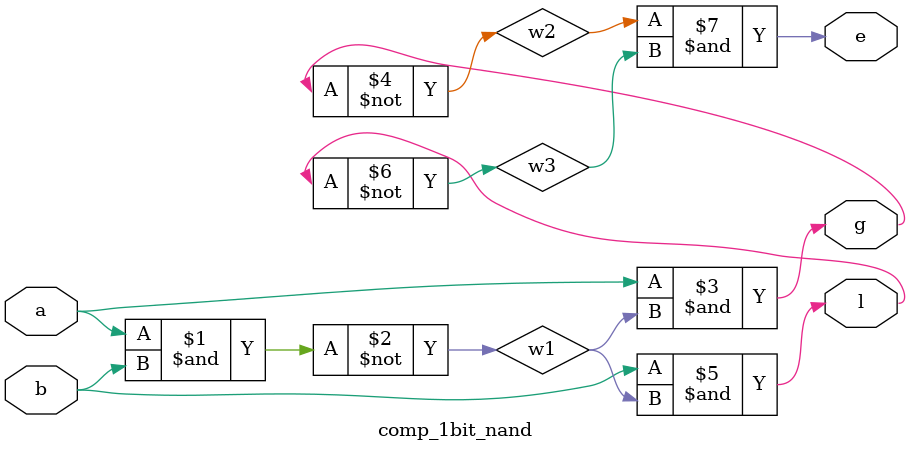
<source format=v>
`timescale 1ns / 1ps


module comp_1bit_nand(input a,b, output l,e,g );
wire w1,w2,w3,w4;
nand n1(w1,a,b);
nand n2(w2,a,w1);
nand n3(w3,b,w1);
nand n4(w4,w2,w3);
nand n5(g,w2,w2);
nand n6(e,w4,w4);
nand n7(l,w3,w3);
endmodule

</source>
